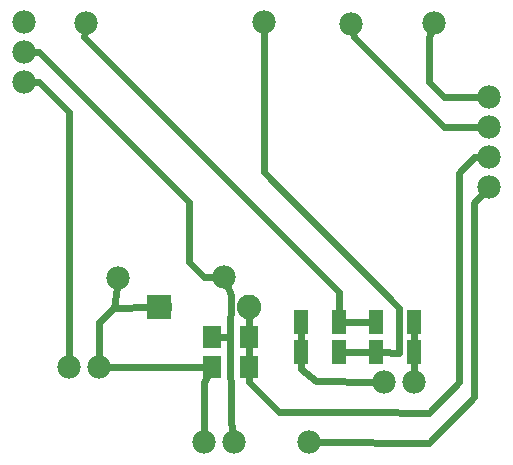
<source format=gbl>
G04 MADE WITH FRITZING*
G04 WWW.FRITZING.ORG*
G04 SINGLE SIDED*
G04 HOLES NOT PLATED*
G04 CONTOUR ON CENTER OF CONTOUR VECTOR*
%ASAXBY*%
%FSLAX23Y23*%
%MOIN*%
%OFA0B0*%
%SFA1.0B1.0*%
%ADD10C,0.078000*%
%ADD11C,0.082000*%
%ADD12R,0.049208X0.078736*%
%ADD13R,0.049222X0.078736*%
%ADD14R,0.062992X0.074803*%
%ADD15R,0.082000X0.082000*%
%ADD16C,0.024000*%
%LNCOPPER0*%
G90*
G70*
G54D10*
X416Y627D03*
X1053Y79D03*
X769Y631D03*
X1469Y1476D03*
X1194Y1474D03*
X903Y1479D03*
X311Y1476D03*
X1653Y1229D03*
X1653Y1129D03*
X1653Y1029D03*
X1653Y929D03*
X1303Y279D03*
X1403Y279D03*
X703Y79D03*
X803Y79D03*
X253Y329D03*
X353Y329D03*
X103Y1479D03*
X103Y1379D03*
X103Y1279D03*
G54D11*
X555Y529D03*
X853Y529D03*
G54D12*
X1275Y379D03*
G54D13*
X1403Y379D03*
G54D12*
X1153Y380D03*
G54D13*
X1025Y380D03*
G54D12*
X1403Y480D03*
G54D13*
X1275Y480D03*
G54D12*
X1025Y479D03*
G54D13*
X1153Y479D03*
G54D14*
X731Y429D03*
X853Y429D03*
X731Y329D03*
X853Y329D03*
G54D15*
X554Y529D03*
G54D16*
X793Y145D02*
X799Y109D01*
D02*
X791Y429D02*
X793Y145D01*
D02*
X793Y571D02*
X791Y429D01*
D02*
X781Y603D02*
X793Y571D01*
D02*
X791Y429D02*
X757Y429D01*
D02*
X702Y279D02*
X703Y109D01*
D02*
X712Y297D02*
X702Y279D01*
D02*
X1403Y413D02*
X1403Y447D01*
D02*
X1172Y479D02*
X1256Y480D01*
D02*
X1256Y379D02*
X1172Y380D01*
D02*
X1025Y414D02*
X1025Y445D01*
D02*
X1403Y345D02*
X1403Y309D01*
D02*
X1154Y579D02*
X303Y1430D01*
D02*
X303Y1430D02*
X306Y1446D01*
D02*
X1153Y513D02*
X1154Y579D01*
D02*
X902Y980D02*
X903Y1449D01*
D02*
X1353Y528D02*
X902Y980D01*
D02*
X1353Y378D02*
X1353Y528D01*
D02*
X1294Y379D02*
X1353Y378D01*
D02*
X703Y630D02*
X753Y630D01*
D02*
X653Y879D02*
X652Y679D01*
D02*
X753Y630D02*
X739Y629D01*
D02*
X652Y679D02*
X703Y630D01*
D02*
X153Y1379D02*
X653Y879D01*
D02*
X133Y1379D02*
X153Y1379D01*
D02*
X731Y329D02*
X383Y329D01*
D02*
X152Y1279D02*
X253Y1180D01*
D02*
X253Y1180D02*
X253Y359D01*
D02*
X133Y1279D02*
X152Y1279D01*
D02*
X1025Y324D02*
X1076Y283D01*
D02*
X1076Y283D02*
X1273Y280D01*
D02*
X1025Y347D02*
X1025Y324D01*
D02*
X1502Y1230D02*
X1623Y1229D01*
D02*
X1452Y1280D02*
X1502Y1230D01*
D02*
X1452Y1429D02*
X1452Y1280D01*
D02*
X1459Y1447D02*
X1452Y1429D01*
D02*
X1203Y1429D02*
X1200Y1444D01*
D02*
X1502Y1129D02*
X1203Y1429D01*
D02*
X1623Y1129D02*
X1502Y1129D01*
D02*
X954Y180D02*
X854Y280D01*
D02*
X1253Y179D02*
X954Y180D01*
D02*
X1454Y178D02*
X1253Y179D01*
D02*
X1554Y280D02*
X1454Y178D01*
D02*
X1602Y878D02*
X1602Y229D01*
D02*
X1631Y908D02*
X1602Y878D01*
D02*
X853Y361D02*
X853Y397D01*
D02*
X1454Y78D02*
X1083Y79D01*
D02*
X1602Y229D02*
X1454Y78D01*
D02*
X1553Y978D02*
X1554Y280D01*
D02*
X1603Y1029D02*
X1553Y978D01*
D02*
X1623Y1029D02*
X1603Y1029D01*
D02*
X854Y280D02*
X854Y297D01*
D02*
X403Y528D02*
X523Y529D01*
D02*
X412Y597D02*
X403Y528D01*
D02*
X403Y528D02*
X352Y479D01*
D02*
X352Y479D02*
X353Y359D01*
D02*
X853Y461D02*
X853Y497D01*
G04 End of Copper0*
M02*
</source>
